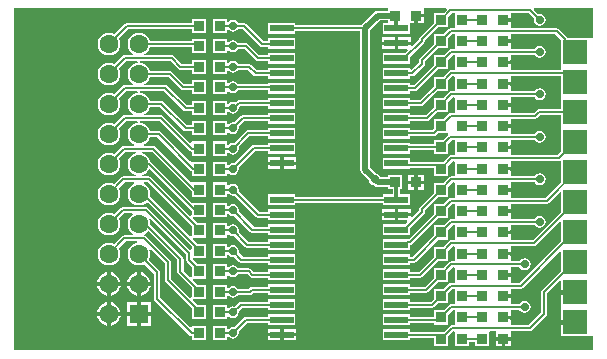
<source format=gtl>
G04*
G04 #@! TF.GenerationSoftware,Altium Limited,Altium Designer,21.9.1 (22)*
G04*
G04 Layer_Physical_Order=1*
G04 Layer_Color=255*
%FSLAX25Y25*%
%MOIN*%
G70*
G04*
G04 #@! TF.SameCoordinates,64043ECF-7497-4D4A-912B-FEF69940CDC4*
G04*
G04*
G04 #@! TF.FilePolarity,Positive*
G04*
G01*
G75*
%ADD10C,0.01968*%
%ADD13C,0.00787*%
%ADD22R,0.03543X0.03543*%
%ADD23R,0.07874X0.02362*%
%ADD24R,0.07874X0.07874*%
%ADD25R,0.03543X0.03543*%
%ADD26C,0.01575*%
%ADD27C,0.01181*%
%ADD28C,0.06299*%
%ADD29R,0.06299X0.06299*%
%ADD30C,0.02756*%
G36*
X146172Y115603D02*
X145135Y114567D01*
X141830D01*
Y111261D01*
X137018Y106450D01*
X136801Y106124D01*
X136724Y105740D01*
Y105565D01*
X134517Y103358D01*
X134055Y103549D01*
Y103803D01*
X129921D01*
Y102425D01*
X132931D01*
X133122Y101963D01*
X132324Y101165D01*
X124803D01*
Y97622D01*
X133858D01*
Y99861D01*
X138438Y104440D01*
X138655Y104765D01*
X138732Y105149D01*
Y105324D01*
X143249Y109842D01*
X146555D01*
Y113147D01*
X147758Y114351D01*
X148917D01*
Y109842D01*
X148917D01*
X148794Y109393D01*
X147366D01*
X146982Y109317D01*
X146657Y109099D01*
X145037Y107480D01*
X141732D01*
Y104175D01*
X137150Y99592D01*
X136932Y99266D01*
X136855Y98882D01*
Y98022D01*
X134358Y95525D01*
X133858Y95707D01*
Y96165D01*
X124803D01*
Y92622D01*
X133858D01*
Y93390D01*
X134646D01*
X135030Y93466D01*
X135355Y93684D01*
X138569Y96897D01*
X138786Y97223D01*
X138863Y97607D01*
Y98467D01*
X143151Y102756D01*
X146457D01*
Y106061D01*
X147782Y107386D01*
X148819D01*
Y103059D01*
X148819Y102756D01*
X148400Y102559D01*
X147618D01*
X147234Y102482D01*
X146909Y102265D01*
X145037Y100393D01*
X141732D01*
Y97088D01*
X135041Y90397D01*
X133858D01*
Y91165D01*
X124803D01*
Y87622D01*
X133858D01*
Y88390D01*
X135457D01*
X135841Y88466D01*
X136166Y88684D01*
X143151Y95669D01*
X146457D01*
Y98974D01*
X148034Y100551D01*
X148384D01*
X148819Y100393D01*
X148819Y100051D01*
Y95897D01*
X148819Y95669D01*
X148432Y95397D01*
X147543D01*
X147159Y95320D01*
X146834Y95103D01*
X145037Y93307D01*
X141732D01*
Y90002D01*
X137127Y85397D01*
X133858D01*
Y86165D01*
X124803D01*
Y82622D01*
X133858D01*
Y83390D01*
X137543D01*
X137927Y83466D01*
X138253Y83684D01*
X143151Y88582D01*
X146457D01*
Y91888D01*
X147959Y93390D01*
X148353D01*
X148819Y93307D01*
X148819Y92890D01*
X148819Y88582D01*
X148392Y88405D01*
X147638D01*
X147254Y88329D01*
X146928Y88111D01*
X145037Y86220D01*
X141732D01*
Y82915D01*
X139214Y80397D01*
X133858D01*
Y81165D01*
X124803D01*
Y77622D01*
X133858D01*
Y78390D01*
X139630D01*
X140014Y78466D01*
X140339Y78684D01*
X143151Y81496D01*
X146457D01*
Y84801D01*
X148054Y86398D01*
X148392D01*
X148819Y86220D01*
X148819Y85898D01*
X148819Y81496D01*
X148392Y81318D01*
X147638D01*
X147254Y81242D01*
X146928Y81024D01*
X145037Y79134D01*
X141732D01*
Y75828D01*
X141301Y75397D01*
X133858D01*
Y76165D01*
X124803D01*
Y72622D01*
X133858D01*
Y73390D01*
X141716D01*
X142100Y73466D01*
X142426Y73684D01*
X143151Y74409D01*
X146381D01*
X146658Y73992D01*
X146576Y73938D01*
X144685Y72047D01*
X141732D01*
Y70688D01*
X133858D01*
Y71165D01*
X124803D01*
Y67622D01*
X133858D01*
Y68681D01*
X141732D01*
Y67323D01*
X146457D01*
Y70980D01*
X147701Y72225D01*
X148392D01*
X148819Y72047D01*
X148819Y71725D01*
X148819Y67323D01*
X148392Y67145D01*
X147638D01*
X147254Y67069D01*
X146928Y66851D01*
X145037Y64960D01*
X141732D01*
Y64783D01*
X133858D01*
Y66165D01*
X124803D01*
Y62622D01*
X133858D01*
Y62776D01*
X141732D01*
Y60236D01*
X146457D01*
Y63541D01*
X148054Y65138D01*
X148392D01*
X148819Y64960D01*
X148819Y64638D01*
X148819Y60236D01*
X148392Y60059D01*
X147638D01*
X147254Y59982D01*
X146928Y59765D01*
X145037Y57874D01*
X141732D01*
Y54569D01*
X137101Y49937D01*
X136883Y49611D01*
X136807Y49227D01*
Y48722D01*
X134517Y46432D01*
X134055Y46623D01*
Y46716D01*
X129921D01*
Y45338D01*
X132770D01*
X132961Y44876D01*
X132164Y44078D01*
X124803D01*
Y40535D01*
X133858D01*
Y42935D01*
X138520Y47596D01*
X138737Y47922D01*
X138814Y48306D01*
Y48812D01*
X143151Y53149D01*
X146457D01*
Y56455D01*
X148054Y58052D01*
X148392D01*
X148819Y57874D01*
X148819Y57551D01*
X148819Y53149D01*
X148392Y52972D01*
X147638D01*
X147254Y52896D01*
X146928Y52678D01*
X145037Y50787D01*
X141732D01*
Y47482D01*
X133443Y39193D01*
X132969D01*
X132585Y39116D01*
X132528Y39078D01*
X124803D01*
Y35535D01*
X133858D01*
Y37185D01*
X133859D01*
X134242Y37262D01*
X134568Y37479D01*
X143151Y46063D01*
X146457D01*
Y49368D01*
X148054Y50965D01*
X148392D01*
X148819Y50787D01*
X148819Y50465D01*
X148819Y46063D01*
X148392Y45885D01*
X147638D01*
X147254Y45809D01*
X146928Y45591D01*
X145037Y43701D01*
X141732D01*
Y40395D01*
X134647Y33310D01*
X133858D01*
Y34078D01*
X124803D01*
Y30535D01*
X133858D01*
Y31303D01*
X135063D01*
X135447Y31380D01*
X135772Y31597D01*
X143151Y38976D01*
X146457D01*
Y42281D01*
X148054Y43878D01*
X148392D01*
X148819Y43701D01*
X148819Y43378D01*
X148819Y38976D01*
X148392Y38799D01*
X147638D01*
X147254Y38722D01*
X146928Y38505D01*
X145037Y36614D01*
X141732D01*
Y33309D01*
X136734Y28310D01*
X133858D01*
Y29078D01*
X124803D01*
Y25535D01*
X133858D01*
Y26303D01*
X137150D01*
X137533Y26380D01*
X137859Y26597D01*
X143151Y31890D01*
X146457D01*
Y35195D01*
X148054Y36792D01*
X148392D01*
X148819Y36614D01*
X148819Y36292D01*
X148819Y31890D01*
X148392Y31712D01*
X147638D01*
X147254Y31636D01*
X146928Y31418D01*
X145037Y29527D01*
X141732D01*
Y26222D01*
X138820Y23310D01*
X133858D01*
Y24078D01*
X124803D01*
Y20535D01*
X133858D01*
Y21303D01*
X139236D01*
X139620Y21380D01*
X139946Y21597D01*
X143151Y24803D01*
X146457D01*
Y28108D01*
X148054Y29705D01*
X148392D01*
X148819Y29527D01*
X148819Y29205D01*
X148819Y24803D01*
X148392Y24625D01*
X147638D01*
X147254Y24549D01*
X146928Y24332D01*
X145037Y22441D01*
X141732D01*
Y19136D01*
X140907Y18310D01*
X133858D01*
Y19078D01*
X124803D01*
Y15535D01*
X133858D01*
Y16303D01*
X141323D01*
X141707Y16380D01*
X142032Y16597D01*
X143151Y17716D01*
X146457D01*
Y21022D01*
X148054Y22618D01*
X148392D01*
X148819Y22441D01*
X148819Y22118D01*
X148819Y17716D01*
X148392Y17539D01*
X147638D01*
X147254Y17463D01*
X146928Y17245D01*
X145037Y15354D01*
X141732D01*
Y13310D01*
X133858D01*
Y14078D01*
X124803D01*
Y10535D01*
X133858D01*
Y11303D01*
X141732D01*
Y10630D01*
X146457D01*
Y13935D01*
X148054Y15532D01*
X148392D01*
X148819Y15354D01*
X148819Y15032D01*
X148819Y10630D01*
X148392Y10452D01*
X147736D01*
X147352Y10376D01*
X147026Y10158D01*
X145135Y8268D01*
X143006D01*
X142791Y8310D01*
X133858D01*
Y9078D01*
X124803D01*
Y5535D01*
X133858D01*
Y6303D01*
X141830D01*
Y3543D01*
X146555D01*
Y6848D01*
X148152Y8445D01*
X148491D01*
X148917Y8268D01*
X148917Y7945D01*
Y3543D01*
X153641D01*
Y4902D01*
X155511D01*
Y3543D01*
X160236D01*
X160236Y8268D01*
X160662Y8445D01*
X162401D01*
Y6496D01*
X167519D01*
Y8445D01*
X173715D01*
X174099Y8522D01*
X174424Y8739D01*
X179231Y13546D01*
X179449Y13872D01*
X179525Y14256D01*
Y21027D01*
X183790Y25292D01*
X184252Y25100D01*
Y16831D01*
X184252D01*
Y16280D01*
X184252D01*
Y6831D01*
X184252D01*
Y6693D01*
X194843Y6693D01*
Y2007D01*
X2007D01*
Y116103D01*
X125967D01*
X126419Y115986D01*
Y115229D01*
X123128D01*
X123128Y115229D01*
X122513Y115107D01*
X121993Y114759D01*
X121993Y114759D01*
X117762Y110529D01*
X117674Y110397D01*
X95669D01*
Y111165D01*
X86614D01*
Y107622D01*
X95669D01*
Y108390D01*
X117292D01*
Y62205D01*
X117292Y62205D01*
X117414Y61590D01*
X117762Y61069D01*
X120106Y58726D01*
X120193Y58287D01*
X120628Y57636D01*
X121279Y57201D01*
X121718Y57113D01*
X121915Y56916D01*
X121915Y56916D01*
X122436Y56568D01*
X123051Y56446D01*
X123051Y56446D01*
X126419D01*
Y55689D01*
X128127D01*
Y54078D01*
X124803D01*
Y53310D01*
X95669D01*
Y54078D01*
X86614D01*
Y50535D01*
X95669D01*
Y51303D01*
X124803D01*
Y50535D01*
X133858D01*
Y54078D01*
X130535D01*
Y55689D01*
X131143D01*
Y60414D01*
X126419D01*
Y59657D01*
X123934D01*
X123901Y59823D01*
X123467Y60474D01*
X122815Y60909D01*
X122376Y60997D01*
X120503Y62870D01*
Y108728D01*
X123793Y112018D01*
X126419D01*
Y111261D01*
X125959Y111165D01*
X124803D01*
Y107622D01*
X133858D01*
Y111065D01*
X135277D01*
Y113624D01*
X135868D01*
Y114214D01*
X138427D01*
Y116103D01*
X145965D01*
X146172Y115603D01*
D02*
G37*
G36*
X194843Y106299D02*
X186201Y106299D01*
X183400Y109099D01*
X183075Y109317D01*
X182691Y109393D01*
X167915D01*
X167519Y109645D01*
Y111614D01*
X164960D01*
Y112795D01*
X167519D01*
Y114351D01*
X173537D01*
X175193Y112695D01*
X175095Y112205D01*
X175248Y111436D01*
X175683Y110785D01*
X176334Y110350D01*
X177102Y110197D01*
X177870Y110350D01*
X178522Y110785D01*
X178957Y111436D01*
X179109Y112205D01*
X178957Y112973D01*
X178522Y113624D01*
X177870Y114059D01*
X177102Y114212D01*
X176612Y114114D01*
X175123Y115603D01*
X175330Y116103D01*
X194843D01*
Y106299D01*
D02*
G37*
G36*
X184252Y105410D02*
Y95397D01*
X167890D01*
X167421Y95472D01*
X167421Y95897D01*
Y97441D01*
X164862D01*
Y98622D01*
X167421D01*
Y100551D01*
X175405D01*
X175683Y100136D01*
X176334Y99701D01*
X177102Y99548D01*
X177870Y99701D01*
X178522Y100136D01*
X178957Y100787D01*
X179109Y101555D01*
X178957Y102323D01*
X178522Y102974D01*
X177870Y103409D01*
X177102Y103562D01*
X176334Y103409D01*
X175683Y102974D01*
X175405Y102559D01*
X167921D01*
X167421Y102559D01*
X167421Y103059D01*
Y104527D01*
X164862D01*
Y105708D01*
X167421D01*
Y107386D01*
X182275D01*
X184252Y105410D01*
D02*
G37*
G36*
X184252Y82559D02*
X176865D01*
X176481Y82482D01*
X176155Y82265D01*
X175209Y81318D01*
X167421D01*
Y83267D01*
X164862D01*
Y84449D01*
X167421D01*
Y86398D01*
X175405D01*
X175683Y85982D01*
X176334Y85547D01*
X177102Y85394D01*
X177870Y85547D01*
X178522Y85982D01*
X178957Y86633D01*
X179109Y87401D01*
X178957Y88170D01*
X178522Y88821D01*
X177870Y89256D01*
X177102Y89409D01*
X176334Y89256D01*
X175683Y88821D01*
X175405Y88405D01*
X167421D01*
Y90354D01*
X164862D01*
Y91535D01*
X167421D01*
Y93390D01*
X184252D01*
Y82559D01*
D02*
G37*
G36*
X184252Y68348D02*
X183049Y67145D01*
X167421D01*
Y69094D01*
X164862D01*
Y70275D01*
X167421D01*
Y72225D01*
X175405D01*
X175683Y71809D01*
X176334Y71374D01*
X177102Y71221D01*
X177870Y71374D01*
X178522Y71809D01*
X178957Y72460D01*
X179109Y73228D01*
X178957Y73996D01*
X178522Y74647D01*
X177870Y75083D01*
X177102Y75235D01*
X176334Y75083D01*
X175683Y74647D01*
X175405Y74232D01*
X167421D01*
Y76181D01*
X164862D01*
Y77362D01*
X167421D01*
Y79311D01*
X175625D01*
X176009Y79388D01*
X176334Y79605D01*
X177280Y80551D01*
X184252D01*
X184252Y68348D01*
D02*
G37*
G36*
X184094Y65013D02*
X184252Y64883D01*
Y58250D01*
X178974Y52972D01*
X167421D01*
Y54921D01*
X164862D01*
Y56102D01*
X167421D01*
Y58052D01*
X175405D01*
X175683Y57636D01*
X176334Y57201D01*
X177102Y57048D01*
X177870Y57201D01*
X178522Y57636D01*
X178957Y58287D01*
X179109Y59055D01*
X178957Y59823D01*
X178522Y60474D01*
X177870Y60909D01*
X177102Y61062D01*
X176334Y60909D01*
X175683Y60474D01*
X175405Y60059D01*
X167421D01*
Y62008D01*
X164862D01*
Y63189D01*
X167421D01*
Y65138D01*
X183465D01*
X183752Y65195D01*
X184094Y65013D01*
D02*
G37*
G36*
X184252Y54758D02*
Y48250D01*
X174801Y38799D01*
X167421D01*
Y40748D01*
X164862D01*
Y41929D01*
X167421D01*
Y43878D01*
X175405D01*
X175683Y43463D01*
X176334Y43027D01*
X177102Y42875D01*
X177870Y43027D01*
X178522Y43463D01*
X178957Y44114D01*
X179109Y44882D01*
X178957Y45650D01*
X178522Y46301D01*
X177870Y46736D01*
X177102Y46889D01*
X176334Y46736D01*
X175683Y46301D01*
X175405Y45885D01*
X167421D01*
Y47834D01*
X164862D01*
Y49016D01*
X167421D01*
Y50965D01*
X179390D01*
X179774Y51041D01*
X180099Y51259D01*
X183790Y54949D01*
X184252Y54758D01*
D02*
G37*
G36*
Y44758D02*
X184252Y38427D01*
X170450Y24625D01*
X167421D01*
Y26575D01*
X164862D01*
Y27756D01*
X167421D01*
Y29705D01*
X170350D01*
X170628Y29289D01*
X171279Y28854D01*
X172047Y28702D01*
X172815Y28854D01*
X173467Y29289D01*
X173901Y29941D01*
X174054Y30709D01*
X173901Y31477D01*
X173467Y32128D01*
X172815Y32563D01*
X172047Y32716D01*
X171279Y32563D01*
X170628Y32128D01*
X170350Y31712D01*
X167421D01*
Y33661D01*
X164862D01*
Y34842D01*
X167421D01*
Y36792D01*
X175217D01*
X175601Y36868D01*
X175926Y37086D01*
X183790Y44949D01*
X184252Y44758D01*
D02*
G37*
G36*
X184252Y34935D02*
Y28592D01*
X177812Y22152D01*
X177594Y21827D01*
X177518Y21443D01*
Y14671D01*
X173299Y10452D01*
X167421D01*
Y12401D01*
X164862D01*
Y13582D01*
X167421D01*
Y15532D01*
X170350D01*
X170628Y15116D01*
X171279Y14681D01*
X172047Y14528D01*
X172815Y14681D01*
X173467Y15116D01*
X173901Y15767D01*
X174054Y16535D01*
X173901Y17303D01*
X173467Y17955D01*
X172815Y18390D01*
X172047Y18542D01*
X171279Y18390D01*
X170628Y17955D01*
X170350Y17539D01*
X167421D01*
Y19488D01*
X164862D01*
Y20669D01*
X167421D01*
Y22618D01*
X170866D01*
X171250Y22695D01*
X171576Y22912D01*
X183790Y35127D01*
X184252Y34935D01*
D02*
G37*
%LPC*%
G36*
X138427Y113033D02*
X136458D01*
Y111065D01*
X138427D01*
Y113033D01*
D02*
G37*
G36*
X65748Y112598D02*
X61024D01*
Y111240D01*
X39528D01*
X39144Y111164D01*
X38818Y110946D01*
X35324Y107451D01*
X34441Y107817D01*
X33465Y107946D01*
X32488Y107817D01*
X31578Y107440D01*
X30797Y106841D01*
X30198Y106059D01*
X29821Y105149D01*
X29692Y104173D01*
X29821Y103197D01*
X30198Y102287D01*
X30797Y101506D01*
X31578Y100906D01*
X32488Y100529D01*
X33465Y100401D01*
X34441Y100529D01*
X35351Y100906D01*
X36132Y101506D01*
X36732Y102287D01*
X37108Y103197D01*
X37237Y104173D01*
X37108Y105149D01*
X36743Y106032D01*
X39944Y109233D01*
X61024D01*
Y107874D01*
X65748D01*
Y112598D01*
D02*
G37*
G36*
X134055Y106362D02*
X129921D01*
Y104984D01*
X134055D01*
Y106362D01*
D02*
G37*
G36*
X128740D02*
X124606D01*
Y104984D01*
X128740D01*
Y106362D01*
D02*
G37*
G36*
X72835Y112598D02*
X68110D01*
Y107874D01*
X72835D01*
Y108739D01*
X73335Y108891D01*
X73384Y108817D01*
X74035Y108382D01*
X74803Y108229D01*
X75571Y108382D01*
X76222Y108817D01*
X76500Y109233D01*
X78167D01*
X83936Y103464D01*
X84262Y103246D01*
X84646Y103170D01*
X86614D01*
Y102622D01*
X95669D01*
Y106165D01*
X86614D01*
Y105177D01*
X85061D01*
X79292Y110946D01*
X78966Y111164D01*
X78582Y111240D01*
X76500D01*
X76222Y111656D01*
X75571Y112091D01*
X74803Y112243D01*
X74035Y112091D01*
X73384Y111656D01*
X73335Y111582D01*
X72835Y111733D01*
Y112598D01*
D02*
G37*
G36*
X128740Y103803D02*
X124606D01*
Y102425D01*
X128740D01*
Y103803D01*
D02*
G37*
G36*
X43465Y107946D02*
X42488Y107817D01*
X41578Y107440D01*
X40797Y106841D01*
X40198Y106059D01*
X39821Y105149D01*
X39692Y104173D01*
X39821Y103197D01*
X40198Y102287D01*
X40797Y101506D01*
X41578Y100906D01*
X41601Y100897D01*
X41501Y100397D01*
X38685D01*
X38301Y100320D01*
X37975Y100103D01*
X35324Y97451D01*
X34441Y97817D01*
X33465Y97946D01*
X32488Y97817D01*
X31578Y97440D01*
X30797Y96841D01*
X30198Y96059D01*
X29821Y95149D01*
X29692Y94173D01*
X29821Y93197D01*
X30198Y92287D01*
X30797Y91506D01*
X31578Y90906D01*
X32488Y90529D01*
X33465Y90401D01*
X34441Y90529D01*
X35351Y90906D01*
X36132Y91506D01*
X36732Y92287D01*
X37108Y93197D01*
X37237Y94173D01*
X37108Y95149D01*
X36743Y96032D01*
X39100Y98390D01*
X43008D01*
X43041Y97890D01*
X42488Y97817D01*
X41578Y97440D01*
X40797Y96841D01*
X40198Y96059D01*
X39821Y95149D01*
X39692Y94173D01*
X39821Y93197D01*
X40198Y92287D01*
X40797Y91506D01*
X41578Y90906D01*
X41601Y90897D01*
X41501Y90397D01*
X38685D01*
X38301Y90320D01*
X37975Y90103D01*
X35324Y87451D01*
X34441Y87817D01*
X33465Y87946D01*
X32488Y87817D01*
X31578Y87440D01*
X30797Y86841D01*
X30198Y86059D01*
X29821Y85150D01*
X29692Y84173D01*
X29821Y83197D01*
X30198Y82287D01*
X30797Y81506D01*
X31578Y80906D01*
X32488Y80529D01*
X33465Y80401D01*
X34441Y80529D01*
X35351Y80906D01*
X36132Y81506D01*
X36732Y82287D01*
X37108Y83197D01*
X37237Y84173D01*
X37108Y85150D01*
X36743Y86032D01*
X39100Y88390D01*
X43008D01*
X43041Y87890D01*
X42488Y87817D01*
X41578Y87440D01*
X40797Y86841D01*
X40198Y86059D01*
X39821Y85150D01*
X39692Y84173D01*
X39821Y83197D01*
X40198Y82287D01*
X40797Y81506D01*
X41578Y80906D01*
X41601Y80897D01*
X41501Y80397D01*
X38685D01*
X38301Y80321D01*
X37975Y80103D01*
X35324Y77451D01*
X34441Y77817D01*
X33465Y77946D01*
X32488Y77817D01*
X31578Y77440D01*
X30797Y76841D01*
X30198Y76059D01*
X29821Y75150D01*
X29692Y74173D01*
X29821Y73197D01*
X30198Y72287D01*
X30797Y71506D01*
X31578Y70906D01*
X32488Y70529D01*
X33465Y70401D01*
X34441Y70529D01*
X35351Y70906D01*
X36132Y71506D01*
X36732Y72287D01*
X37108Y73197D01*
X37237Y74173D01*
X37108Y75150D01*
X36743Y76032D01*
X39100Y78390D01*
X43008D01*
X43041Y77890D01*
X42488Y77817D01*
X41578Y77440D01*
X40797Y76841D01*
X40198Y76059D01*
X39821Y75150D01*
X39692Y74173D01*
X39821Y73197D01*
X40198Y72287D01*
X40797Y71506D01*
X41578Y70906D01*
X41847Y70795D01*
X41747Y70295D01*
X38583D01*
X38199Y70218D01*
X37873Y70001D01*
X35324Y67451D01*
X34441Y67817D01*
X33465Y67946D01*
X32488Y67817D01*
X31578Y67440D01*
X30797Y66841D01*
X30198Y66059D01*
X29821Y65149D01*
X29692Y64173D01*
X29821Y63197D01*
X30198Y62287D01*
X30797Y61506D01*
X31578Y60906D01*
X32488Y60529D01*
X33465Y60401D01*
X34441Y60529D01*
X35351Y60906D01*
X36132Y61506D01*
X36732Y62287D01*
X37108Y63197D01*
X37237Y64173D01*
X37108Y65149D01*
X36743Y66032D01*
X38998Y68288D01*
X42380D01*
X42488Y67817D01*
X41578Y67440D01*
X40797Y66841D01*
X40198Y66059D01*
X39821Y65149D01*
X39692Y64173D01*
X39821Y63197D01*
X40198Y62287D01*
X40797Y61506D01*
X41578Y60906D01*
X42488Y60529D01*
X42380Y60059D01*
X38346D01*
X37962Y59982D01*
X37637Y59765D01*
X35324Y57451D01*
X34441Y57817D01*
X33465Y57946D01*
X32488Y57817D01*
X31578Y57440D01*
X30797Y56841D01*
X30198Y56059D01*
X29821Y55150D01*
X29692Y54173D01*
X29821Y53197D01*
X30198Y52287D01*
X30797Y51506D01*
X31578Y50906D01*
X32488Y50529D01*
X33465Y50401D01*
X34441Y50529D01*
X35351Y50906D01*
X36132Y51506D01*
X36732Y52287D01*
X37108Y53197D01*
X37237Y54173D01*
X37108Y55150D01*
X36743Y56032D01*
X38762Y58052D01*
X41748D01*
X41847Y57551D01*
X41578Y57440D01*
X40797Y56841D01*
X40198Y56059D01*
X39821Y55150D01*
X39692Y54173D01*
X39821Y53197D01*
X40198Y52287D01*
X40797Y51506D01*
X41578Y50906D01*
X42488Y50529D01*
X43465Y50401D01*
X44441Y50529D01*
X45351Y50906D01*
X46132Y51506D01*
X46217Y51511D01*
X61024Y36704D01*
Y35811D01*
X60524Y35604D01*
X46599Y49529D01*
X46273Y49746D01*
X45889Y49823D01*
X38111D01*
X37727Y49746D01*
X37401Y49529D01*
X35324Y47451D01*
X34441Y47817D01*
X33465Y47946D01*
X32488Y47817D01*
X31578Y47440D01*
X30797Y46841D01*
X30198Y46059D01*
X29821Y45149D01*
X29692Y44173D01*
X29821Y43197D01*
X30198Y42287D01*
X30797Y41506D01*
X31578Y40906D01*
X32488Y40529D01*
X33465Y40401D01*
X34441Y40529D01*
X35351Y40906D01*
X36132Y41506D01*
X36732Y42287D01*
X37108Y43197D01*
X37237Y44173D01*
X37108Y45149D01*
X36743Y46032D01*
X38526Y47816D01*
X41246D01*
X41416Y47316D01*
X40797Y46841D01*
X40198Y46059D01*
X39821Y45149D01*
X39692Y44173D01*
X39821Y43197D01*
X40198Y42287D01*
X40797Y41506D01*
X41578Y40906D01*
X41657Y40874D01*
X41558Y40374D01*
X38661D01*
X38277Y40297D01*
X37952Y40080D01*
X35324Y37451D01*
X34441Y37817D01*
X33465Y37946D01*
X32488Y37817D01*
X31578Y37440D01*
X30797Y36841D01*
X30198Y36059D01*
X29821Y35149D01*
X29692Y34173D01*
X29821Y33197D01*
X30198Y32287D01*
X30797Y31506D01*
X31578Y30906D01*
X32488Y30529D01*
X33465Y30401D01*
X34441Y30529D01*
X35351Y30906D01*
X36132Y31506D01*
X36732Y32287D01*
X37108Y33197D01*
X37237Y34173D01*
X37108Y35149D01*
X36743Y36032D01*
X39077Y38366D01*
X42831D01*
X42864Y37867D01*
X42488Y37817D01*
X41578Y37440D01*
X40797Y36841D01*
X40198Y36059D01*
X39821Y35149D01*
X39692Y34173D01*
X39821Y33197D01*
X40198Y32287D01*
X40797Y31506D01*
X41578Y30906D01*
X42488Y30529D01*
X43465Y30401D01*
X44441Y30529D01*
X45324Y30895D01*
X48603Y27616D01*
Y19291D01*
X48679Y18907D01*
X48897Y18582D01*
X60314Y7165D01*
X60639Y6947D01*
X61023Y6871D01*
X61024D01*
Y5512D01*
X65748D01*
Y10236D01*
X61024D01*
Y9946D01*
X60562Y9755D01*
X50610Y19707D01*
Y28031D01*
X50533Y28416D01*
X50316Y28741D01*
X46743Y32314D01*
X47108Y33197D01*
X47237Y34173D01*
X47108Y35149D01*
X46924Y35596D01*
X47348Y35879D01*
X52145Y31081D01*
Y25526D01*
X52222Y25142D01*
X52439Y24816D01*
X61024Y16232D01*
Y12336D01*
X65748D01*
Y17061D01*
X63033D01*
X61434Y18660D01*
X61641Y19160D01*
X65748D01*
Y23885D01*
X63033D01*
X61434Y25484D01*
X61641Y25984D01*
X65748D01*
Y30709D01*
X63033D01*
X61434Y32309D01*
X61598Y32809D01*
X65748D01*
Y37533D01*
X63033D01*
X61434Y39133D01*
X61641Y39633D01*
X65748D01*
Y44357D01*
X63033D01*
X61434Y45957D01*
X61641Y46457D01*
X65748D01*
Y51181D01*
X61262D01*
X47560Y64883D01*
X47234Y65100D01*
X47112Y65125D01*
X47108Y65149D01*
X46732Y66059D01*
X46132Y66841D01*
X45351Y67440D01*
X44441Y67817D01*
X44549Y68288D01*
X47794D01*
X61024Y55059D01*
Y53281D01*
X65748D01*
Y58005D01*
X61024D01*
X61024Y58005D01*
Y58005D01*
X60647Y58274D01*
X48920Y70001D01*
X48594Y70218D01*
X48210Y70295D01*
X45182D01*
X45082Y70795D01*
X45351Y70906D01*
X46132Y71506D01*
X46732Y72287D01*
X47097Y73170D01*
X49656D01*
X60937Y61889D01*
X61024Y61831D01*
Y60105D01*
X65748D01*
Y64829D01*
X61024D01*
X61024Y64829D01*
Y64829D01*
X60616Y65048D01*
X50781Y74883D01*
X50456Y75100D01*
X50072Y75177D01*
X47097D01*
X46732Y76059D01*
X46132Y76841D01*
X45351Y77440D01*
X44441Y77817D01*
X43888Y77890D01*
X43921Y78390D01*
X50546D01*
X60354Y68582D01*
X60679Y68364D01*
X61024Y68296D01*
Y66929D01*
X65748D01*
Y71654D01*
X61024D01*
Y71404D01*
X60562Y71212D01*
X51671Y80103D01*
X51345Y80321D01*
X50962Y80397D01*
X45428D01*
X45328Y80897D01*
X45351Y80906D01*
X46132Y81506D01*
X46732Y82287D01*
X47097Y83170D01*
X50582D01*
X58346Y75406D01*
X58671Y75188D01*
X59055Y75112D01*
X61024D01*
Y73753D01*
X65748D01*
Y78478D01*
X61024D01*
Y77119D01*
X59471D01*
X51707Y84883D01*
X51381Y85100D01*
X50998Y85177D01*
X47097D01*
X46732Y86059D01*
X46132Y86841D01*
X45351Y87440D01*
X44441Y87817D01*
X43888Y87890D01*
X43921Y88390D01*
X51923D01*
X58346Y81968D01*
X58671Y81750D01*
X59055Y81674D01*
X61024D01*
Y80577D01*
X65748D01*
Y85302D01*
X61024D01*
Y83681D01*
X59471D01*
X53048Y90103D01*
X52723Y90320D01*
X52339Y90397D01*
X45428D01*
X45328Y90897D01*
X45351Y90906D01*
X46132Y91506D01*
X46732Y92287D01*
X47097Y93170D01*
X53443D01*
X57558Y89054D01*
X57884Y88837D01*
X58268Y88760D01*
X61024D01*
Y87402D01*
X65748D01*
Y92126D01*
X61024D01*
Y90767D01*
X58683D01*
X54568Y94883D01*
X54242Y95100D01*
X53858Y95177D01*
X47097D01*
X46732Y96059D01*
X46132Y96841D01*
X45351Y97440D01*
X44441Y97817D01*
X43888Y97890D01*
X43921Y98390D01*
X54128D01*
X56639Y95878D01*
X56965Y95661D01*
X57349Y95584D01*
X61024D01*
Y94226D01*
X65748D01*
Y98950D01*
X61024D01*
Y97591D01*
X57765D01*
X55253Y100103D01*
X54928Y100320D01*
X54544Y100397D01*
X45428D01*
X45328Y100897D01*
X45351Y100906D01*
X46132Y101506D01*
X46732Y102287D01*
X47097Y103170D01*
X61024D01*
Y101050D01*
X65748D01*
Y105774D01*
X61024D01*
Y105177D01*
X47097D01*
X46732Y106059D01*
X46132Y106841D01*
X45351Y107440D01*
X44441Y107817D01*
X43465Y107946D01*
D02*
G37*
G36*
X72835Y105774D02*
X68110D01*
Y101050D01*
X72835D01*
Y101915D01*
X73335Y102067D01*
X73384Y101993D01*
X74035Y101558D01*
X74803Y101405D01*
X75571Y101558D01*
X76222Y101993D01*
X76500Y102409D01*
X78718D01*
X82443Y98684D01*
X82768Y98466D01*
X83152Y98390D01*
X86614D01*
Y97622D01*
X95669D01*
Y101165D01*
X86614D01*
Y100397D01*
X83568D01*
X79843Y104122D01*
X79517Y104339D01*
X79133Y104416D01*
X76500D01*
X76222Y104832D01*
X75571Y105267D01*
X74803Y105419D01*
X74035Y105267D01*
X73384Y104832D01*
X73335Y104758D01*
X72835Y104909D01*
Y105774D01*
D02*
G37*
G36*
Y98950D02*
X68110D01*
Y94226D01*
X72835D01*
Y95091D01*
X73335Y95243D01*
X73384Y95169D01*
X74035Y94734D01*
X74803Y94581D01*
X75571Y94734D01*
X76222Y95169D01*
X76500Y95585D01*
X79768D01*
X81669Y93684D01*
X81994Y93466D01*
X82378Y93390D01*
X86614D01*
Y92622D01*
X95669D01*
Y96165D01*
X86614D01*
Y95397D01*
X82794D01*
X80893Y97298D01*
X80568Y97515D01*
X80183Y97592D01*
X76500D01*
X76222Y98007D01*
X75571Y98442D01*
X74803Y98595D01*
X74035Y98442D01*
X73384Y98007D01*
X73335Y97934D01*
X72835Y98085D01*
Y98950D01*
D02*
G37*
G36*
Y92126D02*
X68110D01*
Y87402D01*
X72835D01*
Y88267D01*
X73335Y88419D01*
X73384Y88345D01*
X74035Y87910D01*
X74803Y87757D01*
X75571Y87910D01*
X76222Y88345D01*
X76500Y88761D01*
X86614D01*
Y87622D01*
X95669D01*
Y91165D01*
X86614D01*
Y90768D01*
X76500D01*
X76222Y91183D01*
X75571Y91618D01*
X74803Y91771D01*
X74035Y91618D01*
X73384Y91183D01*
X73335Y91110D01*
X72835Y91261D01*
Y92126D01*
D02*
G37*
G36*
X95669Y86165D02*
X86614D01*
Y85397D01*
X76789D01*
X76405Y85321D01*
X76080Y85103D01*
X75691Y84714D01*
X75571Y84794D01*
X74803Y84947D01*
X74035Y84794D01*
X73384Y84359D01*
X73335Y84285D01*
X72835Y84437D01*
Y85302D01*
X68110D01*
Y80577D01*
X72835D01*
Y81443D01*
X73335Y81595D01*
X73384Y81521D01*
X74035Y81086D01*
X74803Y80933D01*
X75571Y81086D01*
X76222Y81521D01*
X76657Y82172D01*
X76810Y82940D01*
X76801Y82986D01*
X77205Y83390D01*
X86614D01*
Y82622D01*
X95669D01*
Y86165D01*
D02*
G37*
G36*
Y81165D02*
X86614D01*
Y80397D01*
X78081D01*
X77697Y80321D01*
X77371Y80103D01*
X75293Y78025D01*
X74803Y78123D01*
X74035Y77970D01*
X73384Y77535D01*
X73335Y77461D01*
X72835Y77613D01*
Y78478D01*
X68110D01*
Y73753D01*
X72835D01*
Y74619D01*
X73335Y74770D01*
X73384Y74697D01*
X74035Y74261D01*
X74803Y74109D01*
X75571Y74261D01*
X76222Y74697D01*
X76657Y75348D01*
X76810Y76116D01*
X76713Y76606D01*
X78496Y78390D01*
X86614D01*
Y77622D01*
X95669D01*
Y81165D01*
D02*
G37*
G36*
Y76165D02*
X86614D01*
Y75397D01*
X79905D01*
X79521Y75321D01*
X79195Y75103D01*
X75293Y71201D01*
X74803Y71299D01*
X74035Y71146D01*
X73384Y70711D01*
X73335Y70637D01*
X72835Y70789D01*
Y71654D01*
X68110D01*
Y66929D01*
X72835D01*
Y67795D01*
X73335Y67946D01*
X73384Y67872D01*
X74035Y67437D01*
X74803Y67285D01*
X75571Y67437D01*
X76222Y67872D01*
X76657Y68524D01*
X76810Y69292D01*
X76713Y69782D01*
X80321Y73390D01*
X86614D01*
Y72622D01*
X95669D01*
Y76165D01*
D02*
G37*
G36*
Y71165D02*
X86614D01*
Y70397D01*
X81729D01*
X81345Y70320D01*
X81019Y70103D01*
X75293Y64377D01*
X74803Y64475D01*
X74035Y64322D01*
X73384Y63887D01*
X73335Y63813D01*
X72835Y63965D01*
Y64829D01*
X68110D01*
Y60105D01*
X72835D01*
Y60970D01*
X73335Y61122D01*
X73384Y61048D01*
X74035Y60613D01*
X74803Y60460D01*
X75571Y60613D01*
X76222Y61048D01*
X76657Y61699D01*
X76810Y62467D01*
X76713Y62958D01*
X82145Y68390D01*
X86614D01*
Y67622D01*
X95669D01*
Y71165D01*
D02*
G37*
G36*
X95866Y66362D02*
X91732D01*
Y64984D01*
X95866D01*
Y66362D01*
D02*
G37*
G36*
X90551D02*
X86417D01*
Y64984D01*
X90551D01*
Y66362D01*
D02*
G37*
G36*
X95866Y63803D02*
X91732D01*
Y62425D01*
X95866D01*
Y63803D01*
D02*
G37*
G36*
X90551D02*
X86417D01*
Y62425D01*
X90551D01*
Y63803D01*
D02*
G37*
G36*
X138427Y60611D02*
X136458D01*
Y58642D01*
X138427D01*
Y60611D01*
D02*
G37*
G36*
X135277D02*
X133308D01*
Y58642D01*
X135277D01*
Y60611D01*
D02*
G37*
G36*
X138427Y57461D02*
X136458D01*
Y55493D01*
X138427D01*
Y57461D01*
D02*
G37*
G36*
X135277D02*
X133308D01*
Y55493D01*
X135277D01*
Y57461D01*
D02*
G37*
G36*
X134055Y49275D02*
X129921D01*
Y47897D01*
X134055D01*
Y49275D01*
D02*
G37*
G36*
X128740D02*
X124606D01*
Y47897D01*
X128740D01*
Y49275D01*
D02*
G37*
G36*
X72835Y58005D02*
X68110D01*
Y53281D01*
X72835D01*
Y54146D01*
X73335Y54298D01*
X73384Y54224D01*
X74035Y53789D01*
X74803Y53636D01*
X75293Y53734D01*
X82430Y46597D01*
X82756Y46380D01*
X83140Y46303D01*
X86614D01*
Y45535D01*
X95669D01*
Y49078D01*
X86614D01*
Y48310D01*
X83556D01*
X76713Y55153D01*
X76810Y55643D01*
X76657Y56411D01*
X76222Y57063D01*
X75571Y57498D01*
X74803Y57650D01*
X74035Y57498D01*
X73384Y57063D01*
X73335Y56989D01*
X72835Y57140D01*
Y58005D01*
D02*
G37*
G36*
X128740Y46716D02*
X124606D01*
Y45338D01*
X128740D01*
Y46716D01*
D02*
G37*
G36*
X72835Y51181D02*
X68110D01*
Y46457D01*
X72835D01*
Y47322D01*
X73335Y47474D01*
X73384Y47400D01*
X74035Y46965D01*
X74803Y46812D01*
X75293Y46910D01*
X80606Y41597D01*
X80932Y41380D01*
X81316Y41303D01*
X86614D01*
Y40535D01*
X95669D01*
Y44078D01*
X86614D01*
Y43310D01*
X81731D01*
X76713Y48329D01*
X76810Y48819D01*
X76657Y49587D01*
X76222Y50239D01*
X75571Y50674D01*
X74803Y50826D01*
X74035Y50674D01*
X73384Y50239D01*
X73335Y50165D01*
X72835Y50316D01*
Y51181D01*
D02*
G37*
G36*
Y44357D02*
X68110D01*
Y39633D01*
X72835D01*
Y40498D01*
X73335Y40650D01*
X73384Y40576D01*
X74035Y40141D01*
X74803Y39988D01*
X75293Y40086D01*
X78782Y36597D01*
X79107Y36380D01*
X79492Y36303D01*
X86614D01*
Y35535D01*
X95669D01*
Y39078D01*
X86614D01*
Y38310D01*
X79907D01*
X76713Y41505D01*
X76810Y41995D01*
X76657Y42763D01*
X76222Y43414D01*
X75571Y43849D01*
X74803Y44002D01*
X74035Y43849D01*
X73384Y43414D01*
X73335Y43341D01*
X72835Y43492D01*
Y44357D01*
D02*
G37*
G36*
Y37533D02*
X68110D01*
Y32809D01*
X72835D01*
Y33674D01*
X73335Y33825D01*
X73384Y33752D01*
X74035Y33317D01*
X74803Y33164D01*
X75293Y33261D01*
X76958Y31597D01*
X77283Y31380D01*
X77667Y31303D01*
X86614D01*
Y30535D01*
X95669D01*
Y34078D01*
X86614D01*
Y33310D01*
X78083D01*
X76713Y34681D01*
X76810Y35171D01*
X76657Y35939D01*
X76222Y36590D01*
X75571Y37025D01*
X74803Y37178D01*
X74035Y37025D01*
X73384Y36590D01*
X73335Y36516D01*
X72835Y36668D01*
Y37533D01*
D02*
G37*
G36*
Y30709D02*
X68110D01*
Y25984D01*
X72835D01*
Y26850D01*
X73335Y27001D01*
X73384Y26928D01*
X74035Y26493D01*
X74803Y26340D01*
X75571Y26493D01*
X76222Y26928D01*
X76500Y27343D01*
X79860D01*
X80606Y26597D01*
X80932Y26380D01*
X81316Y26303D01*
X86614D01*
Y25535D01*
X95669D01*
Y29078D01*
X86614D01*
Y28310D01*
X81731D01*
X80985Y29057D01*
X80660Y29274D01*
X80275Y29350D01*
X76500D01*
X76222Y29766D01*
X75571Y30201D01*
X74803Y30354D01*
X74035Y30201D01*
X73384Y29766D01*
X73335Y29692D01*
X72835Y29844D01*
Y30709D01*
D02*
G37*
G36*
X44055Y28066D02*
Y24764D01*
X47358D01*
X47300Y25201D01*
X46903Y26159D01*
X46273Y26981D01*
X45450Y27612D01*
X44492Y28009D01*
X44055Y28066D01*
D02*
G37*
G36*
X34055D02*
Y24764D01*
X37358D01*
X37300Y25201D01*
X36904Y26159D01*
X36272Y26981D01*
X35450Y27612D01*
X34492Y28009D01*
X34055Y28066D01*
D02*
G37*
G36*
X42874Y28066D02*
X42437Y28009D01*
X41479Y27612D01*
X40657Y26981D01*
X40026Y26159D01*
X39629Y25201D01*
X39571Y24764D01*
X42874D01*
Y28066D01*
D02*
G37*
G36*
X32874D02*
X32437Y28009D01*
X31479Y27612D01*
X30657Y26981D01*
X30026Y26159D01*
X29629Y25201D01*
X29571Y24764D01*
X32874D01*
Y28066D01*
D02*
G37*
G36*
X95669Y24078D02*
X86614D01*
Y23310D01*
X81316D01*
X80932Y23234D01*
X80606Y23016D01*
X80116Y22526D01*
X76500D01*
X76222Y22942D01*
X75571Y23377D01*
X74803Y23530D01*
X74035Y23377D01*
X73384Y22942D01*
X73335Y22868D01*
X72835Y23020D01*
Y23885D01*
X68110D01*
Y19160D01*
X72835D01*
Y20026D01*
X73335Y20177D01*
X73384Y20103D01*
X74035Y19668D01*
X74803Y19516D01*
X75571Y19668D01*
X76222Y20103D01*
X76500Y20519D01*
X80532D01*
X80916Y20596D01*
X81241Y20813D01*
X81731Y21303D01*
X86614D01*
Y20535D01*
X95669D01*
Y24078D01*
D02*
G37*
G36*
X42874Y23583D02*
X39571D01*
X39629Y23145D01*
X40026Y22188D01*
X40657Y21365D01*
X41479Y20734D01*
X42437Y20337D01*
X42874Y20280D01*
Y23583D01*
D02*
G37*
G36*
X32874D02*
X29571D01*
X29629Y23145D01*
X30026Y22188D01*
X30657Y21365D01*
X31479Y20734D01*
X32437Y20337D01*
X32874Y20280D01*
Y23583D01*
D02*
G37*
G36*
X47358D02*
X44055D01*
Y20280D01*
X44492Y20337D01*
X45450Y20734D01*
X46273Y21365D01*
X46903Y22188D01*
X47300Y23145D01*
X47358Y23583D01*
D02*
G37*
G36*
X37358D02*
X34055D01*
Y20280D01*
X34492Y20337D01*
X35450Y20734D01*
X36272Y21365D01*
X36904Y22188D01*
X37300Y23145D01*
X37358Y23583D01*
D02*
G37*
G36*
X95669Y19078D02*
X86614D01*
Y18310D01*
X77411D01*
X77027Y18234D01*
X76702Y18016D01*
X75293Y16608D01*
X74803Y16706D01*
X74035Y16553D01*
X73384Y16118D01*
X73335Y16044D01*
X72835Y16196D01*
Y17061D01*
X68110D01*
Y12336D01*
X72835D01*
Y13202D01*
X73335Y13353D01*
X73384Y13279D01*
X74035Y12844D01*
X74803Y12691D01*
X75571Y12844D01*
X76222Y13279D01*
X76657Y13930D01*
X76810Y14699D01*
X76713Y15189D01*
X77827Y16303D01*
X86614D01*
Y15535D01*
X95669D01*
Y19078D01*
D02*
G37*
G36*
X47402Y18110D02*
X44055D01*
Y14764D01*
X47402D01*
Y18110D01*
D02*
G37*
G36*
X34055Y18066D02*
Y14764D01*
X37358D01*
X37300Y15201D01*
X36904Y16159D01*
X36272Y16981D01*
X35450Y17612D01*
X34492Y18009D01*
X34055Y18066D01*
D02*
G37*
G36*
X32874Y18066D02*
X32437Y18009D01*
X31479Y17612D01*
X30657Y16981D01*
X30026Y16159D01*
X29629Y15201D01*
X29571Y14764D01*
X32874D01*
Y18066D01*
D02*
G37*
G36*
X42874Y18110D02*
X39528D01*
Y14764D01*
X42874D01*
Y18110D01*
D02*
G37*
G36*
X95669Y14078D02*
X86614D01*
Y13310D01*
X79235D01*
X78851Y13234D01*
X78526Y13016D01*
X75293Y9784D01*
X74803Y9882D01*
X74035Y9729D01*
X73384Y9294D01*
X73335Y9220D01*
X72835Y9372D01*
Y10236D01*
X68110D01*
Y5512D01*
X72835D01*
Y6377D01*
X73335Y6529D01*
X73384Y6455D01*
X74035Y6020D01*
X74803Y5867D01*
X75571Y6020D01*
X76222Y6455D01*
X76657Y7106D01*
X76810Y7875D01*
X76713Y8365D01*
X79651Y11303D01*
X86614D01*
Y10535D01*
X95669D01*
Y14078D01*
D02*
G37*
G36*
X32874Y13582D02*
X29571D01*
X29629Y13145D01*
X30026Y12188D01*
X30657Y11365D01*
X31479Y10734D01*
X32437Y10338D01*
X32874Y10280D01*
Y13582D01*
D02*
G37*
G36*
X37358D02*
X34055D01*
Y10280D01*
X34492Y10338D01*
X35450Y10734D01*
X36272Y11365D01*
X36904Y12188D01*
X37300Y13145D01*
X37358Y13582D01*
D02*
G37*
G36*
X47402D02*
X44055D01*
Y10236D01*
X47402D01*
Y13582D01*
D02*
G37*
G36*
X42874D02*
X39528D01*
Y10236D01*
X42874D01*
Y13582D01*
D02*
G37*
G36*
X95866Y9275D02*
X91732D01*
Y7897D01*
X95866D01*
Y9275D01*
D02*
G37*
G36*
X90551D02*
X86417D01*
Y7897D01*
X90551D01*
Y9275D01*
D02*
G37*
G36*
X95866Y6716D02*
X91732D01*
Y5338D01*
X95866D01*
Y6716D01*
D02*
G37*
G36*
X90551D02*
X86417D01*
Y5338D01*
X90551D01*
Y6716D01*
D02*
G37*
G36*
X167519Y5315D02*
X165551D01*
Y3346D01*
X167519D01*
Y5315D01*
D02*
G37*
G36*
X164370D02*
X162401D01*
Y3346D01*
X164370D01*
Y5315D01*
D02*
G37*
%LPD*%
G36*
X61024Y48581D02*
Y47074D01*
X60524Y46867D01*
X47626Y59765D01*
X47300Y59982D01*
X46916Y60059D01*
X44550D01*
X44441Y60529D01*
X45351Y60906D01*
X46132Y61506D01*
X46679Y62218D01*
X47010Y62342D01*
X47220Y62384D01*
X61024Y48581D01*
D02*
G37*
G36*
Y43528D02*
Y40250D01*
X60524Y40043D01*
X47139Y53427D01*
X47237Y54173D01*
X47108Y55150D01*
X46732Y56059D01*
X46132Y56841D01*
X45351Y57440D01*
X45082Y57551D01*
X45181Y58052D01*
X46501D01*
X61024Y43528D01*
D02*
G37*
G36*
X59310Y33979D02*
Y32009D01*
X59387Y31625D01*
X59604Y31300D01*
X61024Y29880D01*
Y26601D01*
X60524Y26394D01*
X58353Y28565D01*
Y32448D01*
X58276Y32832D01*
X58059Y33158D01*
X47214Y44002D01*
X47237Y44173D01*
X47108Y45149D01*
X46879Y45703D01*
X47303Y45986D01*
X59310Y33979D01*
D02*
G37*
G36*
X56345Y32033D02*
Y28150D01*
X56422Y27766D01*
X56639Y27440D01*
X61024Y23056D01*
Y19777D01*
X60524Y19570D01*
X54152Y25942D01*
Y31497D01*
X54076Y31881D01*
X53858Y32206D01*
X45985Y40080D01*
X45660Y40297D01*
X45340Y40361D01*
X45317Y40412D01*
X45351Y40906D01*
X46132Y41506D01*
X46223Y41624D01*
X46722Y41657D01*
X56345Y32033D01*
D02*
G37*
D10*
X123051Y58052D02*
X128781D01*
X118898Y62205D02*
X122047Y59055D01*
X118898Y62205D02*
Y109393D01*
X122047Y59055D02*
X123051Y58052D01*
X128781Y113624D02*
X129290D01*
X123128D02*
X128781D01*
X129290D02*
X129331Y113583D01*
X118898Y109393D02*
X123128Y113624D01*
D13*
X124164Y47307D02*
X129331D01*
X121616Y44758D02*
X124164Y47307D01*
X91142Y52307D02*
X129331D01*
X133859Y38189D02*
X144095Y48425D01*
X132969Y38189D02*
X133859D01*
X132181Y37401D02*
X132969Y38189D01*
X178522Y14256D02*
Y21443D01*
X173715Y9449D02*
X178522Y14256D01*
X147736Y9449D02*
X173715D01*
X178522Y21443D02*
X188634Y31555D01*
X164862Y12992D02*
X165010Y12844D01*
X188634Y31555D02*
X190384D01*
X170866Y23622D02*
X185256Y38012D01*
X147638Y23622D02*
X170866D01*
X147638Y30709D02*
X172047D01*
X144095Y27165D02*
X147638Y30709D01*
X144095Y12992D02*
X147638Y16535D01*
X172047D01*
X150591Y20079D02*
X158366D01*
X144095D02*
X147638Y23622D01*
X91142Y64393D02*
X98425D01*
X129331Y113074D02*
Y113583D01*
X176865Y81555D02*
X190945D01*
X175625Y80315D02*
X176865Y81555D01*
X147638Y80315D02*
X175625D01*
X137810Y49227D02*
X144095Y55512D01*
X137810Y48306D02*
Y49227D01*
X131811Y42307D02*
X137810Y48306D01*
X137859Y98882D02*
X144095Y105118D01*
X137859Y97607D02*
Y98882D01*
X134646Y94393D02*
X137859Y97607D01*
X137728Y105740D02*
X144192Y112205D01*
X131972Y99393D02*
X137728Y105149D01*
Y105740D01*
X147342Y115354D02*
X173953D01*
X144192Y112205D02*
X147342Y115354D01*
X147366Y108390D02*
X182691D01*
X144095Y105118D02*
X147366Y108390D01*
X129331Y89393D02*
X135457D01*
X144095Y98031D01*
X147618Y101555D02*
X177102D01*
X144095Y98031D02*
X147618Y101555D01*
X129331Y84393D02*
X137543D01*
X144095Y90945D01*
X147543Y94393D02*
X188107D01*
X144095Y90945D02*
X147543Y94393D01*
X129331Y79393D02*
X139630D01*
X144095Y83858D01*
X147638Y87401D02*
X177102D01*
X144095Y83858D02*
X147638Y87401D01*
X129331Y74393D02*
X141716D01*
X144095Y76771D01*
X147638Y80315D01*
X147285Y73228D02*
X177102D01*
X129622Y69685D02*
X143742D01*
X147285Y73228D01*
X142913Y63779D02*
X144095Y62598D01*
X129945Y63779D02*
X142913D01*
X147638Y66142D02*
X183465D01*
X144390Y62893D02*
X147638Y66142D01*
Y59055D02*
X177102D01*
X144095Y55512D02*
X147638Y59055D01*
X129425Y37401D02*
X132181D01*
X147638Y51968D02*
X179390D01*
X144095Y48425D02*
X147638Y51968D01*
X129331Y32307D02*
X135063D01*
X144095Y41338D01*
X147638Y44882D02*
X177102D01*
X144095Y41338D02*
X147638Y44882D01*
X129331Y27307D02*
X137150D01*
X144095Y34252D01*
X147638Y37795D02*
X175217D01*
X144095Y34252D02*
X147638Y37795D01*
X129331Y22307D02*
X139236D01*
X144095Y27165D01*
X129331Y17307D02*
X141323D01*
X144095Y20079D01*
X129331Y12307D02*
X143409D01*
X144095Y12992D01*
X144192Y5905D02*
X147736Y9449D01*
X129331Y7307D02*
X142791D01*
X144192Y5905D01*
X62205Y48819D02*
X63976D01*
X46850Y64173D02*
X62205Y48819D01*
X43465Y64173D02*
X46850D01*
X76789Y84393D02*
X91142D01*
X75336Y82940D02*
X76789Y84393D01*
X57349Y28150D02*
Y32448D01*
X45624Y44173D02*
X57349Y32448D01*
X43465Y44173D02*
X45624D01*
X45276Y39370D02*
X53149Y31497D01*
Y25526D02*
Y31497D01*
Y25526D02*
X63976Y14698D01*
X57349Y28150D02*
X63976Y21522D01*
X45889Y48819D02*
X60314Y34394D01*
Y32009D02*
Y34394D01*
Y32009D02*
X63976Y28347D01*
X38111Y48819D02*
X45889D01*
X44974Y54173D02*
X63976Y35171D01*
X43465Y54173D02*
X44974D01*
X46916Y59055D02*
X63976Y41995D01*
X38346Y59055D02*
X46916D01*
X61647Y62598D02*
X63845D01*
X50072Y74173D02*
X61647Y62598D01*
X43465Y74173D02*
X50072D01*
X61858Y55643D02*
X63976D01*
X48210Y69291D02*
X61858Y55643D01*
X38583Y69291D02*
X48210D01*
X61063D02*
X63976D01*
X50962Y79393D02*
X61063Y69291D01*
X38685Y79393D02*
X50962D01*
X74803Y35171D02*
X77667Y32307D01*
X91142D01*
X188878Y71555D02*
X190945D01*
X183465Y66142D02*
X188878Y71555D01*
X91142Y109393D02*
X118898D01*
X33465Y104173D02*
X39528Y110236D01*
X52339Y89393D02*
X59055Y82677D01*
X43465Y104173D02*
X63215D01*
X50998Y84173D02*
X59055Y76116D01*
X53858Y94173D02*
X58268Y89764D01*
X49606Y19291D02*
Y28031D01*
X61023Y7874D02*
X63976D01*
X49606Y19291D02*
X61023Y7874D01*
X38685Y99393D02*
X54544D01*
X39528Y110236D02*
X63976D01*
X33465Y64173D02*
X38583Y69291D01*
X33465Y44173D02*
X38111Y48819D01*
X33465Y34173D02*
X38661Y39370D01*
X45276D01*
X43465Y34173D02*
X49606Y28031D01*
X33465Y54173D02*
X38346Y59055D01*
X33465Y84173D02*
X38685Y89393D01*
X52339D01*
X33465Y74173D02*
X38685Y79393D01*
X43465Y84173D02*
X50998D01*
X43465Y94173D02*
X53858D01*
X33465D02*
X38685Y99393D01*
X57349Y96588D02*
X63976D01*
X54544Y99393D02*
X57349Y96588D01*
X63845Y62598D02*
X63976Y62467D01*
X63976Y89764D02*
X63976Y89764D01*
X58268Y89764D02*
X63976D01*
X59055Y76116D02*
X63976D01*
X63215Y104173D02*
X63976Y103412D01*
X63714Y82677D02*
X63976Y82940D01*
X59055Y82677D02*
X63714D01*
X63976Y110236D02*
X63976Y110236D01*
X129331Y42307D02*
X131811D01*
X173953Y115354D02*
X177102Y112205D01*
X185256Y38012D02*
X187402D01*
X81316Y22307D02*
X91142D01*
X74803Y21523D02*
X80532D01*
X81316Y22307D01*
X74803Y28347D02*
X80275D01*
X79492Y37307D02*
X91142D01*
X74803Y41995D02*
X79492Y37307D01*
X77411Y17307D02*
X91142D01*
X83140Y47307D02*
X91142D01*
X74803Y55643D02*
X83140Y47307D01*
X74803Y48819D02*
X81316Y42307D01*
X79235Y12307D02*
X91142D01*
X80275Y28347D02*
X81316Y27307D01*
X91142D01*
X81316Y42307D02*
X91142D01*
X74803Y7875D02*
X79235Y12307D01*
X74803Y14699D02*
X77411Y17307D01*
X189526Y101555D02*
X190945D01*
X182691Y108390D02*
X189526Y101555D01*
X188107Y94393D02*
X190945Y91555D01*
X179390Y51968D02*
X188976Y61555D01*
X190945D01*
X175217Y37795D02*
X188976Y51555D01*
X190945D01*
X187402Y38012D02*
X190945Y41555D01*
X129331Y64393D02*
X129945Y63779D01*
X129331Y69393D02*
X129622Y69685D01*
X129331Y94393D02*
X134646D01*
X82378D02*
X91142D01*
X80183Y96588D02*
X82378Y94393D01*
X74803Y96588D02*
X80183D01*
X81729Y69393D02*
X91142D01*
X74803Y62467D02*
X81729Y69393D01*
X129331Y99393D02*
X131972D01*
X84646Y104173D02*
X90922D01*
X78582Y110236D02*
X84646Y104173D01*
X74803Y110236D02*
X78582D01*
X74803Y89764D02*
X90771D01*
X78081Y79393D02*
X91142D01*
X74803Y76116D02*
X78081Y79393D01*
X74803Y82940D02*
X75336D01*
X79905Y74393D02*
X91142D01*
X74803Y69292D02*
X79905Y74393D01*
X83152Y99393D02*
X91142D01*
X74803Y103412D02*
X79133D01*
X83152Y99393D01*
X90922Y104173D02*
X91142Y104393D01*
X90771Y89764D02*
X91142Y89393D01*
X150689Y5905D02*
X158464D01*
X150591Y12992D02*
X158366D01*
X150591Y27165D02*
X158366D01*
X150591Y34252D02*
X158366D01*
X150591Y41338D02*
X158366D01*
X150591Y48425D02*
X158366D01*
X150591Y55512D02*
X158366D01*
X150591Y62598D02*
X158366D01*
X150591Y69685D02*
X158366D01*
X150591Y76771D02*
X158366D01*
X150591Y83858D02*
X158366D01*
X150591Y90945D02*
X158366D01*
X150591Y98031D02*
X158366D01*
X150591Y105118D02*
X158366D01*
X150689Y112205D02*
X158464D01*
X74803Y28347D02*
X74803Y28347D01*
X122047Y104491D02*
X122145Y104393D01*
X129331D01*
X69882Y7874D02*
X74803D01*
X74803Y7875D01*
X69882Y14698D02*
X74803D01*
X74803Y14699D01*
X69882Y21522D02*
X74803D01*
X74803Y21523D01*
X69882Y28347D02*
X74803D01*
X69882Y35171D02*
X74803D01*
X74803Y35171D01*
X69882Y41995D02*
X74803D01*
X74803Y41995D01*
X69882Y48819D02*
X74803D01*
X74803Y48819D01*
X69882Y55643D02*
X74803D01*
X74803Y55643D01*
X69882Y62467D02*
X74803D01*
X74803Y62467D01*
X69882Y69291D02*
X74803D01*
X74803Y69292D01*
X69882Y76116D02*
X74803D01*
X74803Y76116D01*
X69882Y82940D02*
X74803D01*
X74803Y82940D01*
X69882Y89764D02*
X74803D01*
X74803Y89764D01*
X69882Y96588D02*
X74803D01*
X74803Y96588D01*
X69882Y103412D02*
X74803D01*
X74803Y103412D01*
X74803Y110236D02*
X74803Y110236D01*
X69882Y110236D02*
X74803D01*
X91142Y7307D02*
X98252D01*
X98425Y7480D01*
D22*
X157873Y112205D02*
D03*
X164960D02*
D03*
X164862Y55512D02*
D03*
X157776D02*
D03*
Y105118D02*
D03*
X164862D02*
D03*
Y48425D02*
D03*
X157776D02*
D03*
Y98031D02*
D03*
X164862D02*
D03*
Y41338D02*
D03*
X157776D02*
D03*
Y90945D02*
D03*
X164862D02*
D03*
Y34252D02*
D03*
X157776D02*
D03*
Y83858D02*
D03*
X164862D02*
D03*
Y27165D02*
D03*
X157776D02*
D03*
Y76771D02*
D03*
X164862D02*
D03*
Y20079D02*
D03*
X157776D02*
D03*
Y69685D02*
D03*
X164862D02*
D03*
Y12992D02*
D03*
X157776D02*
D03*
Y62598D02*
D03*
X164862D02*
D03*
X164960Y5905D02*
D03*
X157873D02*
D03*
D23*
X129331Y7307D02*
D03*
Y12307D02*
D03*
Y17307D02*
D03*
Y22307D02*
D03*
Y27307D02*
D03*
Y32307D02*
D03*
Y37307D02*
D03*
Y42307D02*
D03*
Y47307D02*
D03*
Y52307D02*
D03*
X91142Y7307D02*
D03*
Y12307D02*
D03*
Y17307D02*
D03*
Y22307D02*
D03*
Y27307D02*
D03*
Y32307D02*
D03*
Y37307D02*
D03*
Y42307D02*
D03*
Y47307D02*
D03*
Y52307D02*
D03*
Y109393D02*
D03*
Y104393D02*
D03*
Y99393D02*
D03*
Y94393D02*
D03*
Y89393D02*
D03*
Y84393D02*
D03*
Y79393D02*
D03*
Y74393D02*
D03*
Y69393D02*
D03*
Y64393D02*
D03*
X129331Y109393D02*
D03*
Y104393D02*
D03*
Y99393D02*
D03*
Y94393D02*
D03*
Y89393D02*
D03*
Y84393D02*
D03*
Y79393D02*
D03*
Y74393D02*
D03*
Y69393D02*
D03*
Y64393D02*
D03*
D24*
X188976Y31555D02*
D03*
Y71555D02*
D03*
Y21555D02*
D03*
Y11555D02*
D03*
Y61555D02*
D03*
Y51555D02*
D03*
Y81555D02*
D03*
Y91555D02*
D03*
Y101555D02*
D03*
Y41555D02*
D03*
D25*
X151279Y5905D02*
D03*
X144192D02*
D03*
X128781Y58052D02*
D03*
X135868D02*
D03*
X128781Y113624D02*
D03*
X135868D02*
D03*
X151279Y112205D02*
D03*
X144192D02*
D03*
X144095Y105118D02*
D03*
X151181D02*
D03*
Y98031D02*
D03*
X144095D02*
D03*
Y90945D02*
D03*
X151181D02*
D03*
Y83858D02*
D03*
X144095D02*
D03*
Y76771D02*
D03*
X151181D02*
D03*
Y69685D02*
D03*
X144095D02*
D03*
Y62598D02*
D03*
X151181D02*
D03*
Y55512D02*
D03*
X144095D02*
D03*
Y48425D02*
D03*
X151181D02*
D03*
Y41338D02*
D03*
X144095D02*
D03*
Y34252D02*
D03*
X151181D02*
D03*
Y27165D02*
D03*
X144095D02*
D03*
Y20079D02*
D03*
X151181D02*
D03*
Y12992D02*
D03*
X144095D02*
D03*
X70472Y7874D02*
D03*
X63386D02*
D03*
Y14698D02*
D03*
X70472D02*
D03*
Y21522D02*
D03*
X63386D02*
D03*
Y28347D02*
D03*
X70472D02*
D03*
Y35171D02*
D03*
X63386D02*
D03*
Y41995D02*
D03*
X70472D02*
D03*
Y48819D02*
D03*
X63386D02*
D03*
Y55643D02*
D03*
X70472D02*
D03*
Y62467D02*
D03*
X63386D02*
D03*
Y69291D02*
D03*
X70472D02*
D03*
Y76116D02*
D03*
X63386D02*
D03*
Y82940D02*
D03*
X70472D02*
D03*
Y89764D02*
D03*
X63386D02*
D03*
Y96588D02*
D03*
X70472D02*
D03*
Y103412D02*
D03*
X63386D02*
D03*
Y110236D02*
D03*
X70472D02*
D03*
D26*
X182275Y11555D02*
X188976D01*
X182451Y21555D02*
X188976D01*
D27*
X128781Y113624D02*
X129331Y113074D01*
X182275Y21380D02*
X182451Y21555D01*
X129331Y109393D02*
Y113074D01*
Y52307D02*
Y57502D01*
X128781Y58052D02*
X129331Y57502D01*
D28*
X43465Y104173D02*
D03*
X33465D02*
D03*
X43465Y94173D02*
D03*
X33465D02*
D03*
X43465Y84173D02*
D03*
X33465D02*
D03*
Y74173D02*
D03*
X43465D02*
D03*
Y54173D02*
D03*
Y64173D02*
D03*
X33465D02*
D03*
Y54173D02*
D03*
Y44173D02*
D03*
X43465D02*
D03*
Y34173D02*
D03*
X33465Y24173D02*
D03*
X43465D02*
D03*
X33465Y14173D02*
D03*
Y34173D02*
D03*
D29*
X43465Y14173D02*
D03*
D30*
X122047Y66535D02*
D03*
X118110Y57874D02*
D03*
X112205Y55512D02*
D03*
Y49213D02*
D03*
X182283Y16535D02*
D03*
X182275Y11555D02*
D03*
X121616Y44758D02*
D03*
X122047Y59055D02*
D03*
X90551D02*
D03*
X98425Y84646D02*
D03*
X98425Y27612D02*
D03*
X98425Y104331D02*
D03*
Y47307D02*
D03*
X182275Y21380D02*
D03*
X172047Y30709D02*
D03*
Y16535D02*
D03*
X98425Y64393D02*
D03*
X190945Y114212D02*
D03*
X168504Y5867D02*
D03*
Y12844D02*
D03*
Y20103D02*
D03*
Y27165D02*
D03*
Y34252D02*
D03*
Y41380D02*
D03*
Y48447D02*
D03*
Y55493D02*
D03*
Y62622D02*
D03*
Y69685D02*
D03*
Y76771D02*
D03*
Y83943D02*
D03*
Y90945D02*
D03*
Y98031D02*
D03*
Y105118D02*
D03*
Y112205D02*
D03*
X136221Y108661D02*
D03*
X31496Y112205D02*
D03*
X177102Y112205D02*
D03*
Y44882D02*
D03*
Y59055D02*
D03*
Y73228D02*
D03*
Y87401D02*
D03*
Y101555D02*
D03*
X122047Y104491D02*
D03*
X74803Y7875D02*
D03*
Y14699D02*
D03*
Y21523D02*
D03*
Y28347D02*
D03*
Y35171D02*
D03*
Y41995D02*
D03*
Y48819D02*
D03*
Y55643D02*
D03*
Y62467D02*
D03*
Y69292D02*
D03*
Y76116D02*
D03*
Y82940D02*
D03*
Y89764D02*
D03*
Y96588D02*
D03*
Y103412D02*
D03*
Y110236D02*
D03*
X98425Y7480D02*
D03*
M02*

</source>
